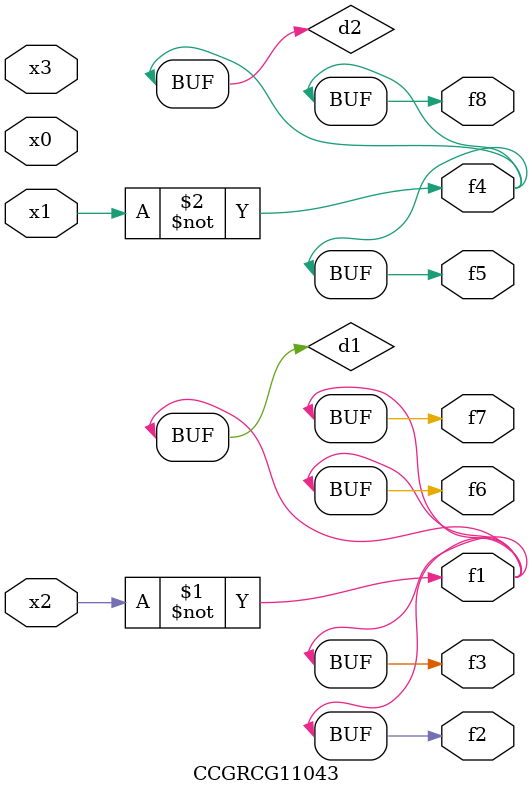
<source format=v>
module CCGRCG11043(
	input x0, x1, x2, x3,
	output f1, f2, f3, f4, f5, f6, f7, f8
);

	wire d1, d2;

	xnor (d1, x2);
	not (d2, x1);
	assign f1 = d1;
	assign f2 = d1;
	assign f3 = d1;
	assign f4 = d2;
	assign f5 = d2;
	assign f6 = d1;
	assign f7 = d1;
	assign f8 = d2;
endmodule

</source>
